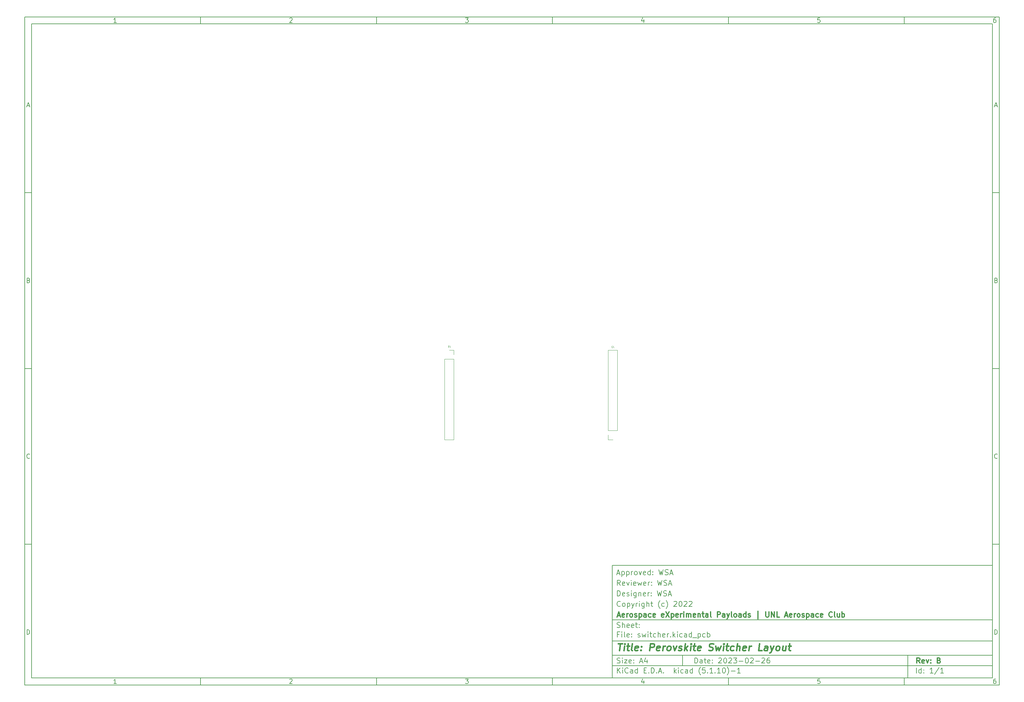
<source format=gbr>
%TF.GenerationSoftware,KiCad,Pcbnew,(5.1.10)-1*%
%TF.CreationDate,2023-02-26T14:00:58-06:00*%
%TF.ProjectId,switcher,73776974-6368-4657-922e-6b696361645f,B*%
%TF.SameCoordinates,Original*%
%TF.FileFunction,Legend,Bot*%
%TF.FilePolarity,Positive*%
%FSLAX46Y46*%
G04 Gerber Fmt 4.6, Leading zero omitted, Abs format (unit mm)*
G04 Created by KiCad (PCBNEW (5.1.10)-1) date 2023-02-26 14:00:58*
%MOMM*%
%LPD*%
G01*
G04 APERTURE LIST*
%ADD10C,0.100000*%
%ADD11C,0.150000*%
%ADD12C,0.300000*%
%ADD13C,0.400000*%
%ADD14C,0.120000*%
G04 APERTURE END LIST*
D10*
D11*
X177002200Y-166007200D02*
X177002200Y-198007200D01*
X285002200Y-198007200D01*
X285002200Y-166007200D01*
X177002200Y-166007200D01*
D10*
D11*
X10000000Y-10000000D02*
X10000000Y-200007200D01*
X287002200Y-200007200D01*
X287002200Y-10000000D01*
X10000000Y-10000000D01*
D10*
D11*
X12000000Y-12000000D02*
X12000000Y-198007200D01*
X285002200Y-198007200D01*
X285002200Y-12000000D01*
X12000000Y-12000000D01*
D10*
D11*
X60000000Y-12000000D02*
X60000000Y-10000000D01*
D10*
D11*
X110000000Y-12000000D02*
X110000000Y-10000000D01*
D10*
D11*
X160000000Y-12000000D02*
X160000000Y-10000000D01*
D10*
D11*
X210000000Y-12000000D02*
X210000000Y-10000000D01*
D10*
D11*
X260000000Y-12000000D02*
X260000000Y-10000000D01*
D10*
D11*
X36065476Y-11588095D02*
X35322619Y-11588095D01*
X35694047Y-11588095D02*
X35694047Y-10288095D01*
X35570238Y-10473809D01*
X35446428Y-10597619D01*
X35322619Y-10659523D01*
D10*
D11*
X85322619Y-10411904D02*
X85384523Y-10350000D01*
X85508333Y-10288095D01*
X85817857Y-10288095D01*
X85941666Y-10350000D01*
X86003571Y-10411904D01*
X86065476Y-10535714D01*
X86065476Y-10659523D01*
X86003571Y-10845238D01*
X85260714Y-11588095D01*
X86065476Y-11588095D01*
D10*
D11*
X135260714Y-10288095D02*
X136065476Y-10288095D01*
X135632142Y-10783333D01*
X135817857Y-10783333D01*
X135941666Y-10845238D01*
X136003571Y-10907142D01*
X136065476Y-11030952D01*
X136065476Y-11340476D01*
X136003571Y-11464285D01*
X135941666Y-11526190D01*
X135817857Y-11588095D01*
X135446428Y-11588095D01*
X135322619Y-11526190D01*
X135260714Y-11464285D01*
D10*
D11*
X185941666Y-10721428D02*
X185941666Y-11588095D01*
X185632142Y-10226190D02*
X185322619Y-11154761D01*
X186127380Y-11154761D01*
D10*
D11*
X236003571Y-10288095D02*
X235384523Y-10288095D01*
X235322619Y-10907142D01*
X235384523Y-10845238D01*
X235508333Y-10783333D01*
X235817857Y-10783333D01*
X235941666Y-10845238D01*
X236003571Y-10907142D01*
X236065476Y-11030952D01*
X236065476Y-11340476D01*
X236003571Y-11464285D01*
X235941666Y-11526190D01*
X235817857Y-11588095D01*
X235508333Y-11588095D01*
X235384523Y-11526190D01*
X235322619Y-11464285D01*
D10*
D11*
X285941666Y-10288095D02*
X285694047Y-10288095D01*
X285570238Y-10350000D01*
X285508333Y-10411904D01*
X285384523Y-10597619D01*
X285322619Y-10845238D01*
X285322619Y-11340476D01*
X285384523Y-11464285D01*
X285446428Y-11526190D01*
X285570238Y-11588095D01*
X285817857Y-11588095D01*
X285941666Y-11526190D01*
X286003571Y-11464285D01*
X286065476Y-11340476D01*
X286065476Y-11030952D01*
X286003571Y-10907142D01*
X285941666Y-10845238D01*
X285817857Y-10783333D01*
X285570238Y-10783333D01*
X285446428Y-10845238D01*
X285384523Y-10907142D01*
X285322619Y-11030952D01*
D10*
D11*
X60000000Y-198007200D02*
X60000000Y-200007200D01*
D10*
D11*
X110000000Y-198007200D02*
X110000000Y-200007200D01*
D10*
D11*
X160000000Y-198007200D02*
X160000000Y-200007200D01*
D10*
D11*
X210000000Y-198007200D02*
X210000000Y-200007200D01*
D10*
D11*
X260000000Y-198007200D02*
X260000000Y-200007200D01*
D10*
D11*
X36065476Y-199595295D02*
X35322619Y-199595295D01*
X35694047Y-199595295D02*
X35694047Y-198295295D01*
X35570238Y-198481009D01*
X35446428Y-198604819D01*
X35322619Y-198666723D01*
D10*
D11*
X85322619Y-198419104D02*
X85384523Y-198357200D01*
X85508333Y-198295295D01*
X85817857Y-198295295D01*
X85941666Y-198357200D01*
X86003571Y-198419104D01*
X86065476Y-198542914D01*
X86065476Y-198666723D01*
X86003571Y-198852438D01*
X85260714Y-199595295D01*
X86065476Y-199595295D01*
D10*
D11*
X135260714Y-198295295D02*
X136065476Y-198295295D01*
X135632142Y-198790533D01*
X135817857Y-198790533D01*
X135941666Y-198852438D01*
X136003571Y-198914342D01*
X136065476Y-199038152D01*
X136065476Y-199347676D01*
X136003571Y-199471485D01*
X135941666Y-199533390D01*
X135817857Y-199595295D01*
X135446428Y-199595295D01*
X135322619Y-199533390D01*
X135260714Y-199471485D01*
D10*
D11*
X185941666Y-198728628D02*
X185941666Y-199595295D01*
X185632142Y-198233390D02*
X185322619Y-199161961D01*
X186127380Y-199161961D01*
D10*
D11*
X236003571Y-198295295D02*
X235384523Y-198295295D01*
X235322619Y-198914342D01*
X235384523Y-198852438D01*
X235508333Y-198790533D01*
X235817857Y-198790533D01*
X235941666Y-198852438D01*
X236003571Y-198914342D01*
X236065476Y-199038152D01*
X236065476Y-199347676D01*
X236003571Y-199471485D01*
X235941666Y-199533390D01*
X235817857Y-199595295D01*
X235508333Y-199595295D01*
X235384523Y-199533390D01*
X235322619Y-199471485D01*
D10*
D11*
X285941666Y-198295295D02*
X285694047Y-198295295D01*
X285570238Y-198357200D01*
X285508333Y-198419104D01*
X285384523Y-198604819D01*
X285322619Y-198852438D01*
X285322619Y-199347676D01*
X285384523Y-199471485D01*
X285446428Y-199533390D01*
X285570238Y-199595295D01*
X285817857Y-199595295D01*
X285941666Y-199533390D01*
X286003571Y-199471485D01*
X286065476Y-199347676D01*
X286065476Y-199038152D01*
X286003571Y-198914342D01*
X285941666Y-198852438D01*
X285817857Y-198790533D01*
X285570238Y-198790533D01*
X285446428Y-198852438D01*
X285384523Y-198914342D01*
X285322619Y-199038152D01*
D10*
D11*
X10000000Y-60000000D02*
X12000000Y-60000000D01*
D10*
D11*
X10000000Y-110000000D02*
X12000000Y-110000000D01*
D10*
D11*
X10000000Y-160000000D02*
X12000000Y-160000000D01*
D10*
D11*
X10690476Y-35216666D02*
X11309523Y-35216666D01*
X10566666Y-35588095D02*
X11000000Y-34288095D01*
X11433333Y-35588095D01*
D10*
D11*
X11092857Y-84907142D02*
X11278571Y-84969047D01*
X11340476Y-85030952D01*
X11402380Y-85154761D01*
X11402380Y-85340476D01*
X11340476Y-85464285D01*
X11278571Y-85526190D01*
X11154761Y-85588095D01*
X10659523Y-85588095D01*
X10659523Y-84288095D01*
X11092857Y-84288095D01*
X11216666Y-84350000D01*
X11278571Y-84411904D01*
X11340476Y-84535714D01*
X11340476Y-84659523D01*
X11278571Y-84783333D01*
X11216666Y-84845238D01*
X11092857Y-84907142D01*
X10659523Y-84907142D01*
D10*
D11*
X11402380Y-135464285D02*
X11340476Y-135526190D01*
X11154761Y-135588095D01*
X11030952Y-135588095D01*
X10845238Y-135526190D01*
X10721428Y-135402380D01*
X10659523Y-135278571D01*
X10597619Y-135030952D01*
X10597619Y-134845238D01*
X10659523Y-134597619D01*
X10721428Y-134473809D01*
X10845238Y-134350000D01*
X11030952Y-134288095D01*
X11154761Y-134288095D01*
X11340476Y-134350000D01*
X11402380Y-134411904D01*
D10*
D11*
X10659523Y-185588095D02*
X10659523Y-184288095D01*
X10969047Y-184288095D01*
X11154761Y-184350000D01*
X11278571Y-184473809D01*
X11340476Y-184597619D01*
X11402380Y-184845238D01*
X11402380Y-185030952D01*
X11340476Y-185278571D01*
X11278571Y-185402380D01*
X11154761Y-185526190D01*
X10969047Y-185588095D01*
X10659523Y-185588095D01*
D10*
D11*
X287002200Y-60000000D02*
X285002200Y-60000000D01*
D10*
D11*
X287002200Y-110000000D02*
X285002200Y-110000000D01*
D10*
D11*
X287002200Y-160000000D02*
X285002200Y-160000000D01*
D10*
D11*
X285692676Y-35216666D02*
X286311723Y-35216666D01*
X285568866Y-35588095D02*
X286002200Y-34288095D01*
X286435533Y-35588095D01*
D10*
D11*
X286095057Y-84907142D02*
X286280771Y-84969047D01*
X286342676Y-85030952D01*
X286404580Y-85154761D01*
X286404580Y-85340476D01*
X286342676Y-85464285D01*
X286280771Y-85526190D01*
X286156961Y-85588095D01*
X285661723Y-85588095D01*
X285661723Y-84288095D01*
X286095057Y-84288095D01*
X286218866Y-84350000D01*
X286280771Y-84411904D01*
X286342676Y-84535714D01*
X286342676Y-84659523D01*
X286280771Y-84783333D01*
X286218866Y-84845238D01*
X286095057Y-84907142D01*
X285661723Y-84907142D01*
D10*
D11*
X286404580Y-135464285D02*
X286342676Y-135526190D01*
X286156961Y-135588095D01*
X286033152Y-135588095D01*
X285847438Y-135526190D01*
X285723628Y-135402380D01*
X285661723Y-135278571D01*
X285599819Y-135030952D01*
X285599819Y-134845238D01*
X285661723Y-134597619D01*
X285723628Y-134473809D01*
X285847438Y-134350000D01*
X286033152Y-134288095D01*
X286156961Y-134288095D01*
X286342676Y-134350000D01*
X286404580Y-134411904D01*
D10*
D11*
X285661723Y-185588095D02*
X285661723Y-184288095D01*
X285971247Y-184288095D01*
X286156961Y-184350000D01*
X286280771Y-184473809D01*
X286342676Y-184597619D01*
X286404580Y-184845238D01*
X286404580Y-185030952D01*
X286342676Y-185278571D01*
X286280771Y-185402380D01*
X286156961Y-185526190D01*
X285971247Y-185588095D01*
X285661723Y-185588095D01*
D10*
D11*
X200434342Y-193785771D02*
X200434342Y-192285771D01*
X200791485Y-192285771D01*
X201005771Y-192357200D01*
X201148628Y-192500057D01*
X201220057Y-192642914D01*
X201291485Y-192928628D01*
X201291485Y-193142914D01*
X201220057Y-193428628D01*
X201148628Y-193571485D01*
X201005771Y-193714342D01*
X200791485Y-193785771D01*
X200434342Y-193785771D01*
X202577200Y-193785771D02*
X202577200Y-193000057D01*
X202505771Y-192857200D01*
X202362914Y-192785771D01*
X202077200Y-192785771D01*
X201934342Y-192857200D01*
X202577200Y-193714342D02*
X202434342Y-193785771D01*
X202077200Y-193785771D01*
X201934342Y-193714342D01*
X201862914Y-193571485D01*
X201862914Y-193428628D01*
X201934342Y-193285771D01*
X202077200Y-193214342D01*
X202434342Y-193214342D01*
X202577200Y-193142914D01*
X203077200Y-192785771D02*
X203648628Y-192785771D01*
X203291485Y-192285771D02*
X203291485Y-193571485D01*
X203362914Y-193714342D01*
X203505771Y-193785771D01*
X203648628Y-193785771D01*
X204720057Y-193714342D02*
X204577200Y-193785771D01*
X204291485Y-193785771D01*
X204148628Y-193714342D01*
X204077200Y-193571485D01*
X204077200Y-193000057D01*
X204148628Y-192857200D01*
X204291485Y-192785771D01*
X204577200Y-192785771D01*
X204720057Y-192857200D01*
X204791485Y-193000057D01*
X204791485Y-193142914D01*
X204077200Y-193285771D01*
X205434342Y-193642914D02*
X205505771Y-193714342D01*
X205434342Y-193785771D01*
X205362914Y-193714342D01*
X205434342Y-193642914D01*
X205434342Y-193785771D01*
X205434342Y-192857200D02*
X205505771Y-192928628D01*
X205434342Y-193000057D01*
X205362914Y-192928628D01*
X205434342Y-192857200D01*
X205434342Y-193000057D01*
X207220057Y-192428628D02*
X207291485Y-192357200D01*
X207434342Y-192285771D01*
X207791485Y-192285771D01*
X207934342Y-192357200D01*
X208005771Y-192428628D01*
X208077200Y-192571485D01*
X208077200Y-192714342D01*
X208005771Y-192928628D01*
X207148628Y-193785771D01*
X208077200Y-193785771D01*
X209005771Y-192285771D02*
X209148628Y-192285771D01*
X209291485Y-192357200D01*
X209362914Y-192428628D01*
X209434342Y-192571485D01*
X209505771Y-192857200D01*
X209505771Y-193214342D01*
X209434342Y-193500057D01*
X209362914Y-193642914D01*
X209291485Y-193714342D01*
X209148628Y-193785771D01*
X209005771Y-193785771D01*
X208862914Y-193714342D01*
X208791485Y-193642914D01*
X208720057Y-193500057D01*
X208648628Y-193214342D01*
X208648628Y-192857200D01*
X208720057Y-192571485D01*
X208791485Y-192428628D01*
X208862914Y-192357200D01*
X209005771Y-192285771D01*
X210077200Y-192428628D02*
X210148628Y-192357200D01*
X210291485Y-192285771D01*
X210648628Y-192285771D01*
X210791485Y-192357200D01*
X210862914Y-192428628D01*
X210934342Y-192571485D01*
X210934342Y-192714342D01*
X210862914Y-192928628D01*
X210005771Y-193785771D01*
X210934342Y-193785771D01*
X211434342Y-192285771D02*
X212362914Y-192285771D01*
X211862914Y-192857200D01*
X212077200Y-192857200D01*
X212220057Y-192928628D01*
X212291485Y-193000057D01*
X212362914Y-193142914D01*
X212362914Y-193500057D01*
X212291485Y-193642914D01*
X212220057Y-193714342D01*
X212077200Y-193785771D01*
X211648628Y-193785771D01*
X211505771Y-193714342D01*
X211434342Y-193642914D01*
X213005771Y-193214342D02*
X214148628Y-193214342D01*
X215148628Y-192285771D02*
X215291485Y-192285771D01*
X215434342Y-192357200D01*
X215505771Y-192428628D01*
X215577200Y-192571485D01*
X215648628Y-192857200D01*
X215648628Y-193214342D01*
X215577200Y-193500057D01*
X215505771Y-193642914D01*
X215434342Y-193714342D01*
X215291485Y-193785771D01*
X215148628Y-193785771D01*
X215005771Y-193714342D01*
X214934342Y-193642914D01*
X214862914Y-193500057D01*
X214791485Y-193214342D01*
X214791485Y-192857200D01*
X214862914Y-192571485D01*
X214934342Y-192428628D01*
X215005771Y-192357200D01*
X215148628Y-192285771D01*
X216220057Y-192428628D02*
X216291485Y-192357200D01*
X216434342Y-192285771D01*
X216791485Y-192285771D01*
X216934342Y-192357200D01*
X217005771Y-192428628D01*
X217077200Y-192571485D01*
X217077200Y-192714342D01*
X217005771Y-192928628D01*
X216148628Y-193785771D01*
X217077200Y-193785771D01*
X217720057Y-193214342D02*
X218862914Y-193214342D01*
X219505771Y-192428628D02*
X219577200Y-192357200D01*
X219720057Y-192285771D01*
X220077200Y-192285771D01*
X220220057Y-192357200D01*
X220291485Y-192428628D01*
X220362914Y-192571485D01*
X220362914Y-192714342D01*
X220291485Y-192928628D01*
X219434342Y-193785771D01*
X220362914Y-193785771D01*
X221648628Y-192285771D02*
X221362914Y-192285771D01*
X221220057Y-192357200D01*
X221148628Y-192428628D01*
X221005771Y-192642914D01*
X220934342Y-192928628D01*
X220934342Y-193500057D01*
X221005771Y-193642914D01*
X221077200Y-193714342D01*
X221220057Y-193785771D01*
X221505771Y-193785771D01*
X221648628Y-193714342D01*
X221720057Y-193642914D01*
X221791485Y-193500057D01*
X221791485Y-193142914D01*
X221720057Y-193000057D01*
X221648628Y-192928628D01*
X221505771Y-192857200D01*
X221220057Y-192857200D01*
X221077200Y-192928628D01*
X221005771Y-193000057D01*
X220934342Y-193142914D01*
D10*
D11*
X177002200Y-194507200D02*
X285002200Y-194507200D01*
D10*
D11*
X178434342Y-196585771D02*
X178434342Y-195085771D01*
X179291485Y-196585771D02*
X178648628Y-195728628D01*
X179291485Y-195085771D02*
X178434342Y-195942914D01*
X179934342Y-196585771D02*
X179934342Y-195585771D01*
X179934342Y-195085771D02*
X179862914Y-195157200D01*
X179934342Y-195228628D01*
X180005771Y-195157200D01*
X179934342Y-195085771D01*
X179934342Y-195228628D01*
X181505771Y-196442914D02*
X181434342Y-196514342D01*
X181220057Y-196585771D01*
X181077200Y-196585771D01*
X180862914Y-196514342D01*
X180720057Y-196371485D01*
X180648628Y-196228628D01*
X180577200Y-195942914D01*
X180577200Y-195728628D01*
X180648628Y-195442914D01*
X180720057Y-195300057D01*
X180862914Y-195157200D01*
X181077200Y-195085771D01*
X181220057Y-195085771D01*
X181434342Y-195157200D01*
X181505771Y-195228628D01*
X182791485Y-196585771D02*
X182791485Y-195800057D01*
X182720057Y-195657200D01*
X182577200Y-195585771D01*
X182291485Y-195585771D01*
X182148628Y-195657200D01*
X182791485Y-196514342D02*
X182648628Y-196585771D01*
X182291485Y-196585771D01*
X182148628Y-196514342D01*
X182077200Y-196371485D01*
X182077200Y-196228628D01*
X182148628Y-196085771D01*
X182291485Y-196014342D01*
X182648628Y-196014342D01*
X182791485Y-195942914D01*
X184148628Y-196585771D02*
X184148628Y-195085771D01*
X184148628Y-196514342D02*
X184005771Y-196585771D01*
X183720057Y-196585771D01*
X183577200Y-196514342D01*
X183505771Y-196442914D01*
X183434342Y-196300057D01*
X183434342Y-195871485D01*
X183505771Y-195728628D01*
X183577200Y-195657200D01*
X183720057Y-195585771D01*
X184005771Y-195585771D01*
X184148628Y-195657200D01*
X186005771Y-195800057D02*
X186505771Y-195800057D01*
X186720057Y-196585771D02*
X186005771Y-196585771D01*
X186005771Y-195085771D01*
X186720057Y-195085771D01*
X187362914Y-196442914D02*
X187434342Y-196514342D01*
X187362914Y-196585771D01*
X187291485Y-196514342D01*
X187362914Y-196442914D01*
X187362914Y-196585771D01*
X188077200Y-196585771D02*
X188077200Y-195085771D01*
X188434342Y-195085771D01*
X188648628Y-195157200D01*
X188791485Y-195300057D01*
X188862914Y-195442914D01*
X188934342Y-195728628D01*
X188934342Y-195942914D01*
X188862914Y-196228628D01*
X188791485Y-196371485D01*
X188648628Y-196514342D01*
X188434342Y-196585771D01*
X188077200Y-196585771D01*
X189577200Y-196442914D02*
X189648628Y-196514342D01*
X189577200Y-196585771D01*
X189505771Y-196514342D01*
X189577200Y-196442914D01*
X189577200Y-196585771D01*
X190220057Y-196157200D02*
X190934342Y-196157200D01*
X190077200Y-196585771D02*
X190577200Y-195085771D01*
X191077200Y-196585771D01*
X191577200Y-196442914D02*
X191648628Y-196514342D01*
X191577200Y-196585771D01*
X191505771Y-196514342D01*
X191577200Y-196442914D01*
X191577200Y-196585771D01*
X194577200Y-196585771D02*
X194577200Y-195085771D01*
X194720057Y-196014342D02*
X195148628Y-196585771D01*
X195148628Y-195585771D02*
X194577200Y-196157200D01*
X195791485Y-196585771D02*
X195791485Y-195585771D01*
X195791485Y-195085771D02*
X195720057Y-195157200D01*
X195791485Y-195228628D01*
X195862914Y-195157200D01*
X195791485Y-195085771D01*
X195791485Y-195228628D01*
X197148628Y-196514342D02*
X197005771Y-196585771D01*
X196720057Y-196585771D01*
X196577200Y-196514342D01*
X196505771Y-196442914D01*
X196434342Y-196300057D01*
X196434342Y-195871485D01*
X196505771Y-195728628D01*
X196577200Y-195657200D01*
X196720057Y-195585771D01*
X197005771Y-195585771D01*
X197148628Y-195657200D01*
X198434342Y-196585771D02*
X198434342Y-195800057D01*
X198362914Y-195657200D01*
X198220057Y-195585771D01*
X197934342Y-195585771D01*
X197791485Y-195657200D01*
X198434342Y-196514342D02*
X198291485Y-196585771D01*
X197934342Y-196585771D01*
X197791485Y-196514342D01*
X197720057Y-196371485D01*
X197720057Y-196228628D01*
X197791485Y-196085771D01*
X197934342Y-196014342D01*
X198291485Y-196014342D01*
X198434342Y-195942914D01*
X199791485Y-196585771D02*
X199791485Y-195085771D01*
X199791485Y-196514342D02*
X199648628Y-196585771D01*
X199362914Y-196585771D01*
X199220057Y-196514342D01*
X199148628Y-196442914D01*
X199077200Y-196300057D01*
X199077200Y-195871485D01*
X199148628Y-195728628D01*
X199220057Y-195657200D01*
X199362914Y-195585771D01*
X199648628Y-195585771D01*
X199791485Y-195657200D01*
X202077200Y-197157200D02*
X202005771Y-197085771D01*
X201862914Y-196871485D01*
X201791485Y-196728628D01*
X201720057Y-196514342D01*
X201648628Y-196157200D01*
X201648628Y-195871485D01*
X201720057Y-195514342D01*
X201791485Y-195300057D01*
X201862914Y-195157200D01*
X202005771Y-194942914D01*
X202077200Y-194871485D01*
X203362914Y-195085771D02*
X202648628Y-195085771D01*
X202577200Y-195800057D01*
X202648628Y-195728628D01*
X202791485Y-195657200D01*
X203148628Y-195657200D01*
X203291485Y-195728628D01*
X203362914Y-195800057D01*
X203434342Y-195942914D01*
X203434342Y-196300057D01*
X203362914Y-196442914D01*
X203291485Y-196514342D01*
X203148628Y-196585771D01*
X202791485Y-196585771D01*
X202648628Y-196514342D01*
X202577200Y-196442914D01*
X204077200Y-196442914D02*
X204148628Y-196514342D01*
X204077200Y-196585771D01*
X204005771Y-196514342D01*
X204077200Y-196442914D01*
X204077200Y-196585771D01*
X205577200Y-196585771D02*
X204720057Y-196585771D01*
X205148628Y-196585771D02*
X205148628Y-195085771D01*
X205005771Y-195300057D01*
X204862914Y-195442914D01*
X204720057Y-195514342D01*
X206220057Y-196442914D02*
X206291485Y-196514342D01*
X206220057Y-196585771D01*
X206148628Y-196514342D01*
X206220057Y-196442914D01*
X206220057Y-196585771D01*
X207720057Y-196585771D02*
X206862914Y-196585771D01*
X207291485Y-196585771D02*
X207291485Y-195085771D01*
X207148628Y-195300057D01*
X207005771Y-195442914D01*
X206862914Y-195514342D01*
X208648628Y-195085771D02*
X208791485Y-195085771D01*
X208934342Y-195157200D01*
X209005771Y-195228628D01*
X209077200Y-195371485D01*
X209148628Y-195657200D01*
X209148628Y-196014342D01*
X209077200Y-196300057D01*
X209005771Y-196442914D01*
X208934342Y-196514342D01*
X208791485Y-196585771D01*
X208648628Y-196585771D01*
X208505771Y-196514342D01*
X208434342Y-196442914D01*
X208362914Y-196300057D01*
X208291485Y-196014342D01*
X208291485Y-195657200D01*
X208362914Y-195371485D01*
X208434342Y-195228628D01*
X208505771Y-195157200D01*
X208648628Y-195085771D01*
X209648628Y-197157200D02*
X209720057Y-197085771D01*
X209862914Y-196871485D01*
X209934342Y-196728628D01*
X210005771Y-196514342D01*
X210077200Y-196157200D01*
X210077200Y-195871485D01*
X210005771Y-195514342D01*
X209934342Y-195300057D01*
X209862914Y-195157200D01*
X209720057Y-194942914D01*
X209648628Y-194871485D01*
X210791485Y-196014342D02*
X211934342Y-196014342D01*
X213434342Y-196585771D02*
X212577200Y-196585771D01*
X213005771Y-196585771D02*
X213005771Y-195085771D01*
X212862914Y-195300057D01*
X212720057Y-195442914D01*
X212577200Y-195514342D01*
D10*
D11*
X177002200Y-191507200D02*
X285002200Y-191507200D01*
D10*
D12*
X264411485Y-193785771D02*
X263911485Y-193071485D01*
X263554342Y-193785771D02*
X263554342Y-192285771D01*
X264125771Y-192285771D01*
X264268628Y-192357200D01*
X264340057Y-192428628D01*
X264411485Y-192571485D01*
X264411485Y-192785771D01*
X264340057Y-192928628D01*
X264268628Y-193000057D01*
X264125771Y-193071485D01*
X263554342Y-193071485D01*
X265625771Y-193714342D02*
X265482914Y-193785771D01*
X265197200Y-193785771D01*
X265054342Y-193714342D01*
X264982914Y-193571485D01*
X264982914Y-193000057D01*
X265054342Y-192857200D01*
X265197200Y-192785771D01*
X265482914Y-192785771D01*
X265625771Y-192857200D01*
X265697200Y-193000057D01*
X265697200Y-193142914D01*
X264982914Y-193285771D01*
X266197200Y-192785771D02*
X266554342Y-193785771D01*
X266911485Y-192785771D01*
X267482914Y-193642914D02*
X267554342Y-193714342D01*
X267482914Y-193785771D01*
X267411485Y-193714342D01*
X267482914Y-193642914D01*
X267482914Y-193785771D01*
X267482914Y-192857200D02*
X267554342Y-192928628D01*
X267482914Y-193000057D01*
X267411485Y-192928628D01*
X267482914Y-192857200D01*
X267482914Y-193000057D01*
X269840057Y-193000057D02*
X270054342Y-193071485D01*
X270125771Y-193142914D01*
X270197200Y-193285771D01*
X270197200Y-193500057D01*
X270125771Y-193642914D01*
X270054342Y-193714342D01*
X269911485Y-193785771D01*
X269340057Y-193785771D01*
X269340057Y-192285771D01*
X269840057Y-192285771D01*
X269982914Y-192357200D01*
X270054342Y-192428628D01*
X270125771Y-192571485D01*
X270125771Y-192714342D01*
X270054342Y-192857200D01*
X269982914Y-192928628D01*
X269840057Y-193000057D01*
X269340057Y-193000057D01*
D10*
D11*
X178362914Y-193714342D02*
X178577200Y-193785771D01*
X178934342Y-193785771D01*
X179077200Y-193714342D01*
X179148628Y-193642914D01*
X179220057Y-193500057D01*
X179220057Y-193357200D01*
X179148628Y-193214342D01*
X179077200Y-193142914D01*
X178934342Y-193071485D01*
X178648628Y-193000057D01*
X178505771Y-192928628D01*
X178434342Y-192857200D01*
X178362914Y-192714342D01*
X178362914Y-192571485D01*
X178434342Y-192428628D01*
X178505771Y-192357200D01*
X178648628Y-192285771D01*
X179005771Y-192285771D01*
X179220057Y-192357200D01*
X179862914Y-193785771D02*
X179862914Y-192785771D01*
X179862914Y-192285771D02*
X179791485Y-192357200D01*
X179862914Y-192428628D01*
X179934342Y-192357200D01*
X179862914Y-192285771D01*
X179862914Y-192428628D01*
X180434342Y-192785771D02*
X181220057Y-192785771D01*
X180434342Y-193785771D01*
X181220057Y-193785771D01*
X182362914Y-193714342D02*
X182220057Y-193785771D01*
X181934342Y-193785771D01*
X181791485Y-193714342D01*
X181720057Y-193571485D01*
X181720057Y-193000057D01*
X181791485Y-192857200D01*
X181934342Y-192785771D01*
X182220057Y-192785771D01*
X182362914Y-192857200D01*
X182434342Y-193000057D01*
X182434342Y-193142914D01*
X181720057Y-193285771D01*
X183077200Y-193642914D02*
X183148628Y-193714342D01*
X183077200Y-193785771D01*
X183005771Y-193714342D01*
X183077200Y-193642914D01*
X183077200Y-193785771D01*
X183077200Y-192857200D02*
X183148628Y-192928628D01*
X183077200Y-193000057D01*
X183005771Y-192928628D01*
X183077200Y-192857200D01*
X183077200Y-193000057D01*
X184862914Y-193357200D02*
X185577200Y-193357200D01*
X184720057Y-193785771D02*
X185220057Y-192285771D01*
X185720057Y-193785771D01*
X186862914Y-192785771D02*
X186862914Y-193785771D01*
X186505771Y-192214342D02*
X186148628Y-193285771D01*
X187077200Y-193285771D01*
D10*
D11*
X263434342Y-196585771D02*
X263434342Y-195085771D01*
X264791485Y-196585771D02*
X264791485Y-195085771D01*
X264791485Y-196514342D02*
X264648628Y-196585771D01*
X264362914Y-196585771D01*
X264220057Y-196514342D01*
X264148628Y-196442914D01*
X264077200Y-196300057D01*
X264077200Y-195871485D01*
X264148628Y-195728628D01*
X264220057Y-195657200D01*
X264362914Y-195585771D01*
X264648628Y-195585771D01*
X264791485Y-195657200D01*
X265505771Y-196442914D02*
X265577200Y-196514342D01*
X265505771Y-196585771D01*
X265434342Y-196514342D01*
X265505771Y-196442914D01*
X265505771Y-196585771D01*
X265505771Y-195657200D02*
X265577200Y-195728628D01*
X265505771Y-195800057D01*
X265434342Y-195728628D01*
X265505771Y-195657200D01*
X265505771Y-195800057D01*
X268148628Y-196585771D02*
X267291485Y-196585771D01*
X267720057Y-196585771D02*
X267720057Y-195085771D01*
X267577200Y-195300057D01*
X267434342Y-195442914D01*
X267291485Y-195514342D01*
X269862914Y-195014342D02*
X268577200Y-196942914D01*
X271148628Y-196585771D02*
X270291485Y-196585771D01*
X270720057Y-196585771D02*
X270720057Y-195085771D01*
X270577200Y-195300057D01*
X270434342Y-195442914D01*
X270291485Y-195514342D01*
D10*
D11*
X177002200Y-187507200D02*
X285002200Y-187507200D01*
D10*
D13*
X178714580Y-188211961D02*
X179857438Y-188211961D01*
X179036009Y-190211961D02*
X179286009Y-188211961D01*
X180274104Y-190211961D02*
X180440771Y-188878628D01*
X180524104Y-188211961D02*
X180416961Y-188307200D01*
X180500295Y-188402438D01*
X180607438Y-188307200D01*
X180524104Y-188211961D01*
X180500295Y-188402438D01*
X181107438Y-188878628D02*
X181869342Y-188878628D01*
X181476485Y-188211961D02*
X181262200Y-189926247D01*
X181333628Y-190116723D01*
X181512200Y-190211961D01*
X181702676Y-190211961D01*
X182655057Y-190211961D02*
X182476485Y-190116723D01*
X182405057Y-189926247D01*
X182619342Y-188211961D01*
X184190771Y-190116723D02*
X183988390Y-190211961D01*
X183607438Y-190211961D01*
X183428866Y-190116723D01*
X183357438Y-189926247D01*
X183452676Y-189164342D01*
X183571723Y-188973866D01*
X183774104Y-188878628D01*
X184155057Y-188878628D01*
X184333628Y-188973866D01*
X184405057Y-189164342D01*
X184381247Y-189354819D01*
X183405057Y-189545295D01*
X185155057Y-190021485D02*
X185238390Y-190116723D01*
X185131247Y-190211961D01*
X185047914Y-190116723D01*
X185155057Y-190021485D01*
X185131247Y-190211961D01*
X185286009Y-188973866D02*
X185369342Y-189069104D01*
X185262200Y-189164342D01*
X185178866Y-189069104D01*
X185286009Y-188973866D01*
X185262200Y-189164342D01*
X187607438Y-190211961D02*
X187857438Y-188211961D01*
X188619342Y-188211961D01*
X188797914Y-188307200D01*
X188881247Y-188402438D01*
X188952676Y-188592914D01*
X188916961Y-188878628D01*
X188797914Y-189069104D01*
X188690771Y-189164342D01*
X188488390Y-189259580D01*
X187726485Y-189259580D01*
X190381247Y-190116723D02*
X190178866Y-190211961D01*
X189797914Y-190211961D01*
X189619342Y-190116723D01*
X189547914Y-189926247D01*
X189643152Y-189164342D01*
X189762200Y-188973866D01*
X189964580Y-188878628D01*
X190345533Y-188878628D01*
X190524104Y-188973866D01*
X190595533Y-189164342D01*
X190571723Y-189354819D01*
X189595533Y-189545295D01*
X191321723Y-190211961D02*
X191488390Y-188878628D01*
X191440771Y-189259580D02*
X191559819Y-189069104D01*
X191666961Y-188973866D01*
X191869342Y-188878628D01*
X192059819Y-188878628D01*
X192845533Y-190211961D02*
X192666961Y-190116723D01*
X192583628Y-190021485D01*
X192512200Y-189831009D01*
X192583628Y-189259580D01*
X192702676Y-189069104D01*
X192809819Y-188973866D01*
X193012200Y-188878628D01*
X193297914Y-188878628D01*
X193476485Y-188973866D01*
X193559819Y-189069104D01*
X193631247Y-189259580D01*
X193559819Y-189831009D01*
X193440771Y-190021485D01*
X193333628Y-190116723D01*
X193131247Y-190211961D01*
X192845533Y-190211961D01*
X194345533Y-188878628D02*
X194655057Y-190211961D01*
X195297914Y-188878628D01*
X195809819Y-190116723D02*
X195988390Y-190211961D01*
X196369342Y-190211961D01*
X196571723Y-190116723D01*
X196690771Y-189926247D01*
X196702676Y-189831009D01*
X196631247Y-189640533D01*
X196452676Y-189545295D01*
X196166961Y-189545295D01*
X195988390Y-189450057D01*
X195916961Y-189259580D01*
X195928866Y-189164342D01*
X196047914Y-188973866D01*
X196250295Y-188878628D01*
X196536009Y-188878628D01*
X196714580Y-188973866D01*
X197512200Y-190211961D02*
X197762200Y-188211961D01*
X197797914Y-189450057D02*
X198274104Y-190211961D01*
X198440771Y-188878628D02*
X197583628Y-189640533D01*
X199131247Y-190211961D02*
X199297914Y-188878628D01*
X199381247Y-188211961D02*
X199274104Y-188307200D01*
X199357438Y-188402438D01*
X199464580Y-188307200D01*
X199381247Y-188211961D01*
X199357438Y-188402438D01*
X199964580Y-188878628D02*
X200726485Y-188878628D01*
X200333628Y-188211961D02*
X200119342Y-189926247D01*
X200190771Y-190116723D01*
X200369342Y-190211961D01*
X200559819Y-190211961D01*
X202000295Y-190116723D02*
X201797914Y-190211961D01*
X201416961Y-190211961D01*
X201238390Y-190116723D01*
X201166961Y-189926247D01*
X201262200Y-189164342D01*
X201381247Y-188973866D01*
X201583628Y-188878628D01*
X201964580Y-188878628D01*
X202143152Y-188973866D01*
X202214580Y-189164342D01*
X202190771Y-189354819D01*
X201214580Y-189545295D01*
X204381247Y-190116723D02*
X204655057Y-190211961D01*
X205131247Y-190211961D01*
X205333628Y-190116723D01*
X205440771Y-190021485D01*
X205559819Y-189831009D01*
X205583628Y-189640533D01*
X205512200Y-189450057D01*
X205428866Y-189354819D01*
X205250295Y-189259580D01*
X204881247Y-189164342D01*
X204702676Y-189069104D01*
X204619342Y-188973866D01*
X204547914Y-188783390D01*
X204571723Y-188592914D01*
X204690771Y-188402438D01*
X204797914Y-188307200D01*
X205000295Y-188211961D01*
X205476485Y-188211961D01*
X205750295Y-188307200D01*
X206345533Y-188878628D02*
X206559819Y-190211961D01*
X207059819Y-189259580D01*
X207321723Y-190211961D01*
X207869342Y-188878628D01*
X208464580Y-190211961D02*
X208631247Y-188878628D01*
X208714580Y-188211961D02*
X208607438Y-188307200D01*
X208690771Y-188402438D01*
X208797914Y-188307200D01*
X208714580Y-188211961D01*
X208690771Y-188402438D01*
X209297914Y-188878628D02*
X210059819Y-188878628D01*
X209666961Y-188211961D02*
X209452676Y-189926247D01*
X209524104Y-190116723D01*
X209702676Y-190211961D01*
X209893152Y-190211961D01*
X211428866Y-190116723D02*
X211226485Y-190211961D01*
X210845533Y-190211961D01*
X210666961Y-190116723D01*
X210583628Y-190021485D01*
X210512200Y-189831009D01*
X210583628Y-189259580D01*
X210702676Y-189069104D01*
X210809819Y-188973866D01*
X211012200Y-188878628D01*
X211393152Y-188878628D01*
X211571723Y-188973866D01*
X212274104Y-190211961D02*
X212524104Y-188211961D01*
X213131247Y-190211961D02*
X213262200Y-189164342D01*
X213190771Y-188973866D01*
X213012200Y-188878628D01*
X212726485Y-188878628D01*
X212524104Y-188973866D01*
X212416961Y-189069104D01*
X214857438Y-190116723D02*
X214655057Y-190211961D01*
X214274104Y-190211961D01*
X214095533Y-190116723D01*
X214024104Y-189926247D01*
X214119342Y-189164342D01*
X214238390Y-188973866D01*
X214440771Y-188878628D01*
X214821723Y-188878628D01*
X215000295Y-188973866D01*
X215071723Y-189164342D01*
X215047914Y-189354819D01*
X214071723Y-189545295D01*
X215797914Y-190211961D02*
X215964580Y-188878628D01*
X215916961Y-189259580D02*
X216036009Y-189069104D01*
X216143152Y-188973866D01*
X216345533Y-188878628D01*
X216536009Y-188878628D01*
X219512200Y-190211961D02*
X218559819Y-190211961D01*
X218809819Y-188211961D01*
X221036009Y-190211961D02*
X221166961Y-189164342D01*
X221095533Y-188973866D01*
X220916961Y-188878628D01*
X220536009Y-188878628D01*
X220333628Y-188973866D01*
X221047914Y-190116723D02*
X220845533Y-190211961D01*
X220369342Y-190211961D01*
X220190771Y-190116723D01*
X220119342Y-189926247D01*
X220143152Y-189735771D01*
X220262200Y-189545295D01*
X220464580Y-189450057D01*
X220940771Y-189450057D01*
X221143152Y-189354819D01*
X221964580Y-188878628D02*
X222274104Y-190211961D01*
X222916961Y-188878628D02*
X222274104Y-190211961D01*
X222024104Y-190688152D01*
X221916961Y-190783390D01*
X221714580Y-190878628D01*
X223797914Y-190211961D02*
X223619342Y-190116723D01*
X223536009Y-190021485D01*
X223464580Y-189831009D01*
X223536009Y-189259580D01*
X223655057Y-189069104D01*
X223762200Y-188973866D01*
X223964580Y-188878628D01*
X224250295Y-188878628D01*
X224428866Y-188973866D01*
X224512200Y-189069104D01*
X224583628Y-189259580D01*
X224512199Y-189831009D01*
X224393152Y-190021485D01*
X224286009Y-190116723D01*
X224083628Y-190211961D01*
X223797914Y-190211961D01*
X226345533Y-188878628D02*
X226178866Y-190211961D01*
X225488390Y-188878628D02*
X225357438Y-189926247D01*
X225428866Y-190116723D01*
X225607438Y-190211961D01*
X225893152Y-190211961D01*
X226095533Y-190116723D01*
X226202676Y-190021485D01*
X227012199Y-188878628D02*
X227774104Y-188878628D01*
X227381247Y-188211961D02*
X227166961Y-189926247D01*
X227238390Y-190116723D01*
X227416961Y-190211961D01*
X227607438Y-190211961D01*
D10*
D11*
X178934342Y-185600057D02*
X178434342Y-185600057D01*
X178434342Y-186385771D02*
X178434342Y-184885771D01*
X179148628Y-184885771D01*
X179720057Y-186385771D02*
X179720057Y-185385771D01*
X179720057Y-184885771D02*
X179648628Y-184957200D01*
X179720057Y-185028628D01*
X179791485Y-184957200D01*
X179720057Y-184885771D01*
X179720057Y-185028628D01*
X180648628Y-186385771D02*
X180505771Y-186314342D01*
X180434342Y-186171485D01*
X180434342Y-184885771D01*
X181791485Y-186314342D02*
X181648628Y-186385771D01*
X181362914Y-186385771D01*
X181220057Y-186314342D01*
X181148628Y-186171485D01*
X181148628Y-185600057D01*
X181220057Y-185457200D01*
X181362914Y-185385771D01*
X181648628Y-185385771D01*
X181791485Y-185457200D01*
X181862914Y-185600057D01*
X181862914Y-185742914D01*
X181148628Y-185885771D01*
X182505771Y-186242914D02*
X182577200Y-186314342D01*
X182505771Y-186385771D01*
X182434342Y-186314342D01*
X182505771Y-186242914D01*
X182505771Y-186385771D01*
X182505771Y-185457200D02*
X182577200Y-185528628D01*
X182505771Y-185600057D01*
X182434342Y-185528628D01*
X182505771Y-185457200D01*
X182505771Y-185600057D01*
X184291485Y-186314342D02*
X184434342Y-186385771D01*
X184720057Y-186385771D01*
X184862914Y-186314342D01*
X184934342Y-186171485D01*
X184934342Y-186100057D01*
X184862914Y-185957200D01*
X184720057Y-185885771D01*
X184505771Y-185885771D01*
X184362914Y-185814342D01*
X184291485Y-185671485D01*
X184291485Y-185600057D01*
X184362914Y-185457200D01*
X184505771Y-185385771D01*
X184720057Y-185385771D01*
X184862914Y-185457200D01*
X185434342Y-185385771D02*
X185720057Y-186385771D01*
X186005771Y-185671485D01*
X186291485Y-186385771D01*
X186577200Y-185385771D01*
X187148628Y-186385771D02*
X187148628Y-185385771D01*
X187148628Y-184885771D02*
X187077200Y-184957200D01*
X187148628Y-185028628D01*
X187220057Y-184957200D01*
X187148628Y-184885771D01*
X187148628Y-185028628D01*
X187648628Y-185385771D02*
X188220057Y-185385771D01*
X187862914Y-184885771D02*
X187862914Y-186171485D01*
X187934342Y-186314342D01*
X188077200Y-186385771D01*
X188220057Y-186385771D01*
X189362914Y-186314342D02*
X189220057Y-186385771D01*
X188934342Y-186385771D01*
X188791485Y-186314342D01*
X188720057Y-186242914D01*
X188648628Y-186100057D01*
X188648628Y-185671485D01*
X188720057Y-185528628D01*
X188791485Y-185457200D01*
X188934342Y-185385771D01*
X189220057Y-185385771D01*
X189362914Y-185457200D01*
X190005771Y-186385771D02*
X190005771Y-184885771D01*
X190648628Y-186385771D02*
X190648628Y-185600057D01*
X190577200Y-185457200D01*
X190434342Y-185385771D01*
X190220057Y-185385771D01*
X190077200Y-185457200D01*
X190005771Y-185528628D01*
X191934342Y-186314342D02*
X191791485Y-186385771D01*
X191505771Y-186385771D01*
X191362914Y-186314342D01*
X191291485Y-186171485D01*
X191291485Y-185600057D01*
X191362914Y-185457200D01*
X191505771Y-185385771D01*
X191791485Y-185385771D01*
X191934342Y-185457200D01*
X192005771Y-185600057D01*
X192005771Y-185742914D01*
X191291485Y-185885771D01*
X192648628Y-186385771D02*
X192648628Y-185385771D01*
X192648628Y-185671485D02*
X192720057Y-185528628D01*
X192791485Y-185457200D01*
X192934342Y-185385771D01*
X193077200Y-185385771D01*
X193577200Y-186242914D02*
X193648628Y-186314342D01*
X193577200Y-186385771D01*
X193505771Y-186314342D01*
X193577200Y-186242914D01*
X193577200Y-186385771D01*
X194291485Y-186385771D02*
X194291485Y-184885771D01*
X194434342Y-185814342D02*
X194862914Y-186385771D01*
X194862914Y-185385771D02*
X194291485Y-185957200D01*
X195505771Y-186385771D02*
X195505771Y-185385771D01*
X195505771Y-184885771D02*
X195434342Y-184957200D01*
X195505771Y-185028628D01*
X195577200Y-184957200D01*
X195505771Y-184885771D01*
X195505771Y-185028628D01*
X196862914Y-186314342D02*
X196720057Y-186385771D01*
X196434342Y-186385771D01*
X196291485Y-186314342D01*
X196220057Y-186242914D01*
X196148628Y-186100057D01*
X196148628Y-185671485D01*
X196220057Y-185528628D01*
X196291485Y-185457200D01*
X196434342Y-185385771D01*
X196720057Y-185385771D01*
X196862914Y-185457200D01*
X198148628Y-186385771D02*
X198148628Y-185600057D01*
X198077200Y-185457200D01*
X197934342Y-185385771D01*
X197648628Y-185385771D01*
X197505771Y-185457200D01*
X198148628Y-186314342D02*
X198005771Y-186385771D01*
X197648628Y-186385771D01*
X197505771Y-186314342D01*
X197434342Y-186171485D01*
X197434342Y-186028628D01*
X197505771Y-185885771D01*
X197648628Y-185814342D01*
X198005771Y-185814342D01*
X198148628Y-185742914D01*
X199505771Y-186385771D02*
X199505771Y-184885771D01*
X199505771Y-186314342D02*
X199362914Y-186385771D01*
X199077200Y-186385771D01*
X198934342Y-186314342D01*
X198862914Y-186242914D01*
X198791485Y-186100057D01*
X198791485Y-185671485D01*
X198862914Y-185528628D01*
X198934342Y-185457200D01*
X199077200Y-185385771D01*
X199362914Y-185385771D01*
X199505771Y-185457200D01*
X199862914Y-186528628D02*
X201005771Y-186528628D01*
X201362914Y-185385771D02*
X201362914Y-186885771D01*
X201362914Y-185457200D02*
X201505771Y-185385771D01*
X201791485Y-185385771D01*
X201934342Y-185457200D01*
X202005771Y-185528628D01*
X202077200Y-185671485D01*
X202077200Y-186100057D01*
X202005771Y-186242914D01*
X201934342Y-186314342D01*
X201791485Y-186385771D01*
X201505771Y-186385771D01*
X201362914Y-186314342D01*
X203362914Y-186314342D02*
X203220057Y-186385771D01*
X202934342Y-186385771D01*
X202791485Y-186314342D01*
X202720057Y-186242914D01*
X202648628Y-186100057D01*
X202648628Y-185671485D01*
X202720057Y-185528628D01*
X202791485Y-185457200D01*
X202934342Y-185385771D01*
X203220057Y-185385771D01*
X203362914Y-185457200D01*
X204005771Y-186385771D02*
X204005771Y-184885771D01*
X204005771Y-185457200D02*
X204148628Y-185385771D01*
X204434342Y-185385771D01*
X204577200Y-185457200D01*
X204648628Y-185528628D01*
X204720057Y-185671485D01*
X204720057Y-186100057D01*
X204648628Y-186242914D01*
X204577200Y-186314342D01*
X204434342Y-186385771D01*
X204148628Y-186385771D01*
X204005771Y-186314342D01*
D10*
D11*
X177002200Y-181507200D02*
X285002200Y-181507200D01*
D10*
D11*
X178362914Y-183614342D02*
X178577200Y-183685771D01*
X178934342Y-183685771D01*
X179077200Y-183614342D01*
X179148628Y-183542914D01*
X179220057Y-183400057D01*
X179220057Y-183257200D01*
X179148628Y-183114342D01*
X179077200Y-183042914D01*
X178934342Y-182971485D01*
X178648628Y-182900057D01*
X178505771Y-182828628D01*
X178434342Y-182757200D01*
X178362914Y-182614342D01*
X178362914Y-182471485D01*
X178434342Y-182328628D01*
X178505771Y-182257200D01*
X178648628Y-182185771D01*
X179005771Y-182185771D01*
X179220057Y-182257200D01*
X179862914Y-183685771D02*
X179862914Y-182185771D01*
X180505771Y-183685771D02*
X180505771Y-182900057D01*
X180434342Y-182757200D01*
X180291485Y-182685771D01*
X180077200Y-182685771D01*
X179934342Y-182757200D01*
X179862914Y-182828628D01*
X181791485Y-183614342D02*
X181648628Y-183685771D01*
X181362914Y-183685771D01*
X181220057Y-183614342D01*
X181148628Y-183471485D01*
X181148628Y-182900057D01*
X181220057Y-182757200D01*
X181362914Y-182685771D01*
X181648628Y-182685771D01*
X181791485Y-182757200D01*
X181862914Y-182900057D01*
X181862914Y-183042914D01*
X181148628Y-183185771D01*
X183077200Y-183614342D02*
X182934342Y-183685771D01*
X182648628Y-183685771D01*
X182505771Y-183614342D01*
X182434342Y-183471485D01*
X182434342Y-182900057D01*
X182505771Y-182757200D01*
X182648628Y-182685771D01*
X182934342Y-182685771D01*
X183077200Y-182757200D01*
X183148628Y-182900057D01*
X183148628Y-183042914D01*
X182434342Y-183185771D01*
X183577200Y-182685771D02*
X184148628Y-182685771D01*
X183791485Y-182185771D02*
X183791485Y-183471485D01*
X183862914Y-183614342D01*
X184005771Y-183685771D01*
X184148628Y-183685771D01*
X184648628Y-183542914D02*
X184720057Y-183614342D01*
X184648628Y-183685771D01*
X184577200Y-183614342D01*
X184648628Y-183542914D01*
X184648628Y-183685771D01*
X184648628Y-182757200D02*
X184720057Y-182828628D01*
X184648628Y-182900057D01*
X184577200Y-182828628D01*
X184648628Y-182757200D01*
X184648628Y-182900057D01*
D10*
D12*
X178482914Y-180257200D02*
X179197200Y-180257200D01*
X178340057Y-180685771D02*
X178840057Y-179185771D01*
X179340057Y-180685771D01*
X180411485Y-180614342D02*
X180268628Y-180685771D01*
X179982914Y-180685771D01*
X179840057Y-180614342D01*
X179768628Y-180471485D01*
X179768628Y-179900057D01*
X179840057Y-179757200D01*
X179982914Y-179685771D01*
X180268628Y-179685771D01*
X180411485Y-179757200D01*
X180482914Y-179900057D01*
X180482914Y-180042914D01*
X179768628Y-180185771D01*
X181125771Y-180685771D02*
X181125771Y-179685771D01*
X181125771Y-179971485D02*
X181197200Y-179828628D01*
X181268628Y-179757200D01*
X181411485Y-179685771D01*
X181554342Y-179685771D01*
X182268628Y-180685771D02*
X182125771Y-180614342D01*
X182054342Y-180542914D01*
X181982914Y-180400057D01*
X181982914Y-179971485D01*
X182054342Y-179828628D01*
X182125771Y-179757200D01*
X182268628Y-179685771D01*
X182482914Y-179685771D01*
X182625771Y-179757200D01*
X182697200Y-179828628D01*
X182768628Y-179971485D01*
X182768628Y-180400057D01*
X182697200Y-180542914D01*
X182625771Y-180614342D01*
X182482914Y-180685771D01*
X182268628Y-180685771D01*
X183340057Y-180614342D02*
X183482914Y-180685771D01*
X183768628Y-180685771D01*
X183911485Y-180614342D01*
X183982914Y-180471485D01*
X183982914Y-180400057D01*
X183911485Y-180257200D01*
X183768628Y-180185771D01*
X183554342Y-180185771D01*
X183411485Y-180114342D01*
X183340057Y-179971485D01*
X183340057Y-179900057D01*
X183411485Y-179757200D01*
X183554342Y-179685771D01*
X183768628Y-179685771D01*
X183911485Y-179757200D01*
X184625771Y-179685771D02*
X184625771Y-181185771D01*
X184625771Y-179757200D02*
X184768628Y-179685771D01*
X185054342Y-179685771D01*
X185197200Y-179757200D01*
X185268628Y-179828628D01*
X185340057Y-179971485D01*
X185340057Y-180400057D01*
X185268628Y-180542914D01*
X185197200Y-180614342D01*
X185054342Y-180685771D01*
X184768628Y-180685771D01*
X184625771Y-180614342D01*
X186625771Y-180685771D02*
X186625771Y-179900057D01*
X186554342Y-179757200D01*
X186411485Y-179685771D01*
X186125771Y-179685771D01*
X185982914Y-179757200D01*
X186625771Y-180614342D02*
X186482914Y-180685771D01*
X186125771Y-180685771D01*
X185982914Y-180614342D01*
X185911485Y-180471485D01*
X185911485Y-180328628D01*
X185982914Y-180185771D01*
X186125771Y-180114342D01*
X186482914Y-180114342D01*
X186625771Y-180042914D01*
X187982914Y-180614342D02*
X187840057Y-180685771D01*
X187554342Y-180685771D01*
X187411485Y-180614342D01*
X187340057Y-180542914D01*
X187268628Y-180400057D01*
X187268628Y-179971485D01*
X187340057Y-179828628D01*
X187411485Y-179757200D01*
X187554342Y-179685771D01*
X187840057Y-179685771D01*
X187982914Y-179757200D01*
X189197200Y-180614342D02*
X189054342Y-180685771D01*
X188768628Y-180685771D01*
X188625771Y-180614342D01*
X188554342Y-180471485D01*
X188554342Y-179900057D01*
X188625771Y-179757200D01*
X188768628Y-179685771D01*
X189054342Y-179685771D01*
X189197200Y-179757200D01*
X189268628Y-179900057D01*
X189268628Y-180042914D01*
X188554342Y-180185771D01*
X191625771Y-180614342D02*
X191482914Y-180685771D01*
X191197200Y-180685771D01*
X191054342Y-180614342D01*
X190982914Y-180471485D01*
X190982914Y-179900057D01*
X191054342Y-179757200D01*
X191197200Y-179685771D01*
X191482914Y-179685771D01*
X191625771Y-179757200D01*
X191697200Y-179900057D01*
X191697200Y-180042914D01*
X190982914Y-180185771D01*
X192197200Y-179185771D02*
X193197200Y-180685771D01*
X193197200Y-179185771D02*
X192197200Y-180685771D01*
X193768628Y-179685771D02*
X193768628Y-181185771D01*
X193768628Y-179757200D02*
X193911485Y-179685771D01*
X194197200Y-179685771D01*
X194340057Y-179757200D01*
X194411485Y-179828628D01*
X194482914Y-179971485D01*
X194482914Y-180400057D01*
X194411485Y-180542914D01*
X194340057Y-180614342D01*
X194197200Y-180685771D01*
X193911485Y-180685771D01*
X193768628Y-180614342D01*
X195697200Y-180614342D02*
X195554342Y-180685771D01*
X195268628Y-180685771D01*
X195125771Y-180614342D01*
X195054342Y-180471485D01*
X195054342Y-179900057D01*
X195125771Y-179757200D01*
X195268628Y-179685771D01*
X195554342Y-179685771D01*
X195697200Y-179757200D01*
X195768628Y-179900057D01*
X195768628Y-180042914D01*
X195054342Y-180185771D01*
X196411485Y-180685771D02*
X196411485Y-179685771D01*
X196411485Y-179971485D02*
X196482914Y-179828628D01*
X196554342Y-179757200D01*
X196697200Y-179685771D01*
X196840057Y-179685771D01*
X197340057Y-180685771D02*
X197340057Y-179685771D01*
X197340057Y-179185771D02*
X197268628Y-179257200D01*
X197340057Y-179328628D01*
X197411485Y-179257200D01*
X197340057Y-179185771D01*
X197340057Y-179328628D01*
X198054342Y-180685771D02*
X198054342Y-179685771D01*
X198054342Y-179828628D02*
X198125771Y-179757200D01*
X198268628Y-179685771D01*
X198482914Y-179685771D01*
X198625771Y-179757200D01*
X198697200Y-179900057D01*
X198697200Y-180685771D01*
X198697200Y-179900057D02*
X198768628Y-179757200D01*
X198911485Y-179685771D01*
X199125771Y-179685771D01*
X199268628Y-179757200D01*
X199340057Y-179900057D01*
X199340057Y-180685771D01*
X200625771Y-180614342D02*
X200482914Y-180685771D01*
X200197200Y-180685771D01*
X200054342Y-180614342D01*
X199982914Y-180471485D01*
X199982914Y-179900057D01*
X200054342Y-179757200D01*
X200197200Y-179685771D01*
X200482914Y-179685771D01*
X200625771Y-179757200D01*
X200697200Y-179900057D01*
X200697200Y-180042914D01*
X199982914Y-180185771D01*
X201340057Y-179685771D02*
X201340057Y-180685771D01*
X201340057Y-179828628D02*
X201411485Y-179757200D01*
X201554342Y-179685771D01*
X201768628Y-179685771D01*
X201911485Y-179757200D01*
X201982914Y-179900057D01*
X201982914Y-180685771D01*
X202482914Y-179685771D02*
X203054342Y-179685771D01*
X202697200Y-179185771D02*
X202697200Y-180471485D01*
X202768628Y-180614342D01*
X202911485Y-180685771D01*
X203054342Y-180685771D01*
X204197200Y-180685771D02*
X204197200Y-179900057D01*
X204125771Y-179757200D01*
X203982914Y-179685771D01*
X203697200Y-179685771D01*
X203554342Y-179757200D01*
X204197200Y-180614342D02*
X204054342Y-180685771D01*
X203697200Y-180685771D01*
X203554342Y-180614342D01*
X203482914Y-180471485D01*
X203482914Y-180328628D01*
X203554342Y-180185771D01*
X203697200Y-180114342D01*
X204054342Y-180114342D01*
X204197200Y-180042914D01*
X205125771Y-180685771D02*
X204982914Y-180614342D01*
X204911485Y-180471485D01*
X204911485Y-179185771D01*
X206840057Y-180685771D02*
X206840057Y-179185771D01*
X207411485Y-179185771D01*
X207554342Y-179257200D01*
X207625771Y-179328628D01*
X207697200Y-179471485D01*
X207697200Y-179685771D01*
X207625771Y-179828628D01*
X207554342Y-179900057D01*
X207411485Y-179971485D01*
X206840057Y-179971485D01*
X208982914Y-180685771D02*
X208982914Y-179900057D01*
X208911485Y-179757200D01*
X208768628Y-179685771D01*
X208482914Y-179685771D01*
X208340057Y-179757200D01*
X208982914Y-180614342D02*
X208840057Y-180685771D01*
X208482914Y-180685771D01*
X208340057Y-180614342D01*
X208268628Y-180471485D01*
X208268628Y-180328628D01*
X208340057Y-180185771D01*
X208482914Y-180114342D01*
X208840057Y-180114342D01*
X208982914Y-180042914D01*
X209554342Y-179685771D02*
X209911485Y-180685771D01*
X210268628Y-179685771D02*
X209911485Y-180685771D01*
X209768628Y-181042914D01*
X209697200Y-181114342D01*
X209554342Y-181185771D01*
X211054342Y-180685771D02*
X210911485Y-180614342D01*
X210840057Y-180471485D01*
X210840057Y-179185771D01*
X211840057Y-180685771D02*
X211697200Y-180614342D01*
X211625771Y-180542914D01*
X211554342Y-180400057D01*
X211554342Y-179971485D01*
X211625771Y-179828628D01*
X211697200Y-179757200D01*
X211840057Y-179685771D01*
X212054342Y-179685771D01*
X212197200Y-179757200D01*
X212268628Y-179828628D01*
X212340057Y-179971485D01*
X212340057Y-180400057D01*
X212268628Y-180542914D01*
X212197200Y-180614342D01*
X212054342Y-180685771D01*
X211840057Y-180685771D01*
X213625771Y-180685771D02*
X213625771Y-179900057D01*
X213554342Y-179757200D01*
X213411485Y-179685771D01*
X213125771Y-179685771D01*
X212982914Y-179757200D01*
X213625771Y-180614342D02*
X213482914Y-180685771D01*
X213125771Y-180685771D01*
X212982914Y-180614342D01*
X212911485Y-180471485D01*
X212911485Y-180328628D01*
X212982914Y-180185771D01*
X213125771Y-180114342D01*
X213482914Y-180114342D01*
X213625771Y-180042914D01*
X214982914Y-180685771D02*
X214982914Y-179185771D01*
X214982914Y-180614342D02*
X214840057Y-180685771D01*
X214554342Y-180685771D01*
X214411485Y-180614342D01*
X214340057Y-180542914D01*
X214268628Y-180400057D01*
X214268628Y-179971485D01*
X214340057Y-179828628D01*
X214411485Y-179757200D01*
X214554342Y-179685771D01*
X214840057Y-179685771D01*
X214982914Y-179757200D01*
X215625771Y-180614342D02*
X215768628Y-180685771D01*
X216054342Y-180685771D01*
X216197200Y-180614342D01*
X216268628Y-180471485D01*
X216268628Y-180400057D01*
X216197200Y-180257200D01*
X216054342Y-180185771D01*
X215840057Y-180185771D01*
X215697200Y-180114342D01*
X215625771Y-179971485D01*
X215625771Y-179900057D01*
X215697200Y-179757200D01*
X215840057Y-179685771D01*
X216054342Y-179685771D01*
X216197200Y-179757200D01*
X218411485Y-181185771D02*
X218411485Y-179042914D01*
X220625771Y-179185771D02*
X220625771Y-180400057D01*
X220697200Y-180542914D01*
X220768628Y-180614342D01*
X220911485Y-180685771D01*
X221197200Y-180685771D01*
X221340057Y-180614342D01*
X221411485Y-180542914D01*
X221482914Y-180400057D01*
X221482914Y-179185771D01*
X222197200Y-180685771D02*
X222197200Y-179185771D01*
X223054342Y-180685771D01*
X223054342Y-179185771D01*
X224482914Y-180685771D02*
X223768628Y-180685771D01*
X223768628Y-179185771D01*
X226054342Y-180257200D02*
X226768628Y-180257200D01*
X225911485Y-180685771D02*
X226411485Y-179185771D01*
X226911485Y-180685771D01*
X227982914Y-180614342D02*
X227840057Y-180685771D01*
X227554342Y-180685771D01*
X227411485Y-180614342D01*
X227340057Y-180471485D01*
X227340057Y-179900057D01*
X227411485Y-179757200D01*
X227554342Y-179685771D01*
X227840057Y-179685771D01*
X227982914Y-179757200D01*
X228054342Y-179900057D01*
X228054342Y-180042914D01*
X227340057Y-180185771D01*
X228697200Y-180685771D02*
X228697200Y-179685771D01*
X228697200Y-179971485D02*
X228768628Y-179828628D01*
X228840057Y-179757200D01*
X228982914Y-179685771D01*
X229125771Y-179685771D01*
X229840057Y-180685771D02*
X229697200Y-180614342D01*
X229625771Y-180542914D01*
X229554342Y-180400057D01*
X229554342Y-179971485D01*
X229625771Y-179828628D01*
X229697200Y-179757200D01*
X229840057Y-179685771D01*
X230054342Y-179685771D01*
X230197200Y-179757200D01*
X230268628Y-179828628D01*
X230340057Y-179971485D01*
X230340057Y-180400057D01*
X230268628Y-180542914D01*
X230197200Y-180614342D01*
X230054342Y-180685771D01*
X229840057Y-180685771D01*
X230911485Y-180614342D02*
X231054342Y-180685771D01*
X231340057Y-180685771D01*
X231482914Y-180614342D01*
X231554342Y-180471485D01*
X231554342Y-180400057D01*
X231482914Y-180257200D01*
X231340057Y-180185771D01*
X231125771Y-180185771D01*
X230982914Y-180114342D01*
X230911485Y-179971485D01*
X230911485Y-179900057D01*
X230982914Y-179757200D01*
X231125771Y-179685771D01*
X231340057Y-179685771D01*
X231482914Y-179757200D01*
X232197200Y-179685771D02*
X232197200Y-181185771D01*
X232197200Y-179757200D02*
X232340057Y-179685771D01*
X232625771Y-179685771D01*
X232768628Y-179757200D01*
X232840057Y-179828628D01*
X232911485Y-179971485D01*
X232911485Y-180400057D01*
X232840057Y-180542914D01*
X232768628Y-180614342D01*
X232625771Y-180685771D01*
X232340057Y-180685771D01*
X232197200Y-180614342D01*
X234197200Y-180685771D02*
X234197200Y-179900057D01*
X234125771Y-179757200D01*
X233982914Y-179685771D01*
X233697200Y-179685771D01*
X233554342Y-179757200D01*
X234197200Y-180614342D02*
X234054342Y-180685771D01*
X233697200Y-180685771D01*
X233554342Y-180614342D01*
X233482914Y-180471485D01*
X233482914Y-180328628D01*
X233554342Y-180185771D01*
X233697200Y-180114342D01*
X234054342Y-180114342D01*
X234197200Y-180042914D01*
X235554342Y-180614342D02*
X235411485Y-180685771D01*
X235125771Y-180685771D01*
X234982914Y-180614342D01*
X234911485Y-180542914D01*
X234840057Y-180400057D01*
X234840057Y-179971485D01*
X234911485Y-179828628D01*
X234982914Y-179757200D01*
X235125771Y-179685771D01*
X235411485Y-179685771D01*
X235554342Y-179757200D01*
X236768628Y-180614342D02*
X236625771Y-180685771D01*
X236340057Y-180685771D01*
X236197200Y-180614342D01*
X236125771Y-180471485D01*
X236125771Y-179900057D01*
X236197200Y-179757200D01*
X236340057Y-179685771D01*
X236625771Y-179685771D01*
X236768628Y-179757200D01*
X236840057Y-179900057D01*
X236840057Y-180042914D01*
X236125771Y-180185771D01*
X239482914Y-180542914D02*
X239411485Y-180614342D01*
X239197200Y-180685771D01*
X239054342Y-180685771D01*
X238840057Y-180614342D01*
X238697200Y-180471485D01*
X238625771Y-180328628D01*
X238554342Y-180042914D01*
X238554342Y-179828628D01*
X238625771Y-179542914D01*
X238697200Y-179400057D01*
X238840057Y-179257200D01*
X239054342Y-179185771D01*
X239197200Y-179185771D01*
X239411485Y-179257200D01*
X239482914Y-179328628D01*
X240340057Y-180685771D02*
X240197200Y-180614342D01*
X240125771Y-180471485D01*
X240125771Y-179185771D01*
X241554342Y-179685771D02*
X241554342Y-180685771D01*
X240911485Y-179685771D02*
X240911485Y-180471485D01*
X240982914Y-180614342D01*
X241125771Y-180685771D01*
X241340057Y-180685771D01*
X241482914Y-180614342D01*
X241554342Y-180542914D01*
X242268628Y-180685771D02*
X242268628Y-179185771D01*
X242268628Y-179757200D02*
X242411485Y-179685771D01*
X242697200Y-179685771D01*
X242840057Y-179757200D01*
X242911485Y-179828628D01*
X242982914Y-179971485D01*
X242982914Y-180400057D01*
X242911485Y-180542914D01*
X242840057Y-180614342D01*
X242697200Y-180685771D01*
X242411485Y-180685771D01*
X242268628Y-180614342D01*
D10*
D11*
X179291485Y-177542914D02*
X179220057Y-177614342D01*
X179005771Y-177685771D01*
X178862914Y-177685771D01*
X178648628Y-177614342D01*
X178505771Y-177471485D01*
X178434342Y-177328628D01*
X178362914Y-177042914D01*
X178362914Y-176828628D01*
X178434342Y-176542914D01*
X178505771Y-176400057D01*
X178648628Y-176257200D01*
X178862914Y-176185771D01*
X179005771Y-176185771D01*
X179220057Y-176257200D01*
X179291485Y-176328628D01*
X180148628Y-177685771D02*
X180005771Y-177614342D01*
X179934342Y-177542914D01*
X179862914Y-177400057D01*
X179862914Y-176971485D01*
X179934342Y-176828628D01*
X180005771Y-176757200D01*
X180148628Y-176685771D01*
X180362914Y-176685771D01*
X180505771Y-176757200D01*
X180577200Y-176828628D01*
X180648628Y-176971485D01*
X180648628Y-177400057D01*
X180577200Y-177542914D01*
X180505771Y-177614342D01*
X180362914Y-177685771D01*
X180148628Y-177685771D01*
X181291485Y-176685771D02*
X181291485Y-178185771D01*
X181291485Y-176757200D02*
X181434342Y-176685771D01*
X181720057Y-176685771D01*
X181862914Y-176757200D01*
X181934342Y-176828628D01*
X182005771Y-176971485D01*
X182005771Y-177400057D01*
X181934342Y-177542914D01*
X181862914Y-177614342D01*
X181720057Y-177685771D01*
X181434342Y-177685771D01*
X181291485Y-177614342D01*
X182505771Y-176685771D02*
X182862914Y-177685771D01*
X183220057Y-176685771D02*
X182862914Y-177685771D01*
X182720057Y-178042914D01*
X182648628Y-178114342D01*
X182505771Y-178185771D01*
X183791485Y-177685771D02*
X183791485Y-176685771D01*
X183791485Y-176971485D02*
X183862914Y-176828628D01*
X183934342Y-176757200D01*
X184077200Y-176685771D01*
X184220057Y-176685771D01*
X184720057Y-177685771D02*
X184720057Y-176685771D01*
X184720057Y-176185771D02*
X184648628Y-176257200D01*
X184720057Y-176328628D01*
X184791485Y-176257200D01*
X184720057Y-176185771D01*
X184720057Y-176328628D01*
X186077200Y-176685771D02*
X186077200Y-177900057D01*
X186005771Y-178042914D01*
X185934342Y-178114342D01*
X185791485Y-178185771D01*
X185577200Y-178185771D01*
X185434342Y-178114342D01*
X186077200Y-177614342D02*
X185934342Y-177685771D01*
X185648628Y-177685771D01*
X185505771Y-177614342D01*
X185434342Y-177542914D01*
X185362914Y-177400057D01*
X185362914Y-176971485D01*
X185434342Y-176828628D01*
X185505771Y-176757200D01*
X185648628Y-176685771D01*
X185934342Y-176685771D01*
X186077200Y-176757200D01*
X186791485Y-177685771D02*
X186791485Y-176185771D01*
X187434342Y-177685771D02*
X187434342Y-176900057D01*
X187362914Y-176757200D01*
X187220057Y-176685771D01*
X187005771Y-176685771D01*
X186862914Y-176757200D01*
X186791485Y-176828628D01*
X187934342Y-176685771D02*
X188505771Y-176685771D01*
X188148628Y-176185771D02*
X188148628Y-177471485D01*
X188220057Y-177614342D01*
X188362914Y-177685771D01*
X188505771Y-177685771D01*
X190577200Y-178257200D02*
X190505771Y-178185771D01*
X190362914Y-177971485D01*
X190291485Y-177828628D01*
X190220057Y-177614342D01*
X190148628Y-177257200D01*
X190148628Y-176971485D01*
X190220057Y-176614342D01*
X190291485Y-176400057D01*
X190362914Y-176257200D01*
X190505771Y-176042914D01*
X190577200Y-175971485D01*
X191791485Y-177614342D02*
X191648628Y-177685771D01*
X191362914Y-177685771D01*
X191220057Y-177614342D01*
X191148628Y-177542914D01*
X191077200Y-177400057D01*
X191077200Y-176971485D01*
X191148628Y-176828628D01*
X191220057Y-176757200D01*
X191362914Y-176685771D01*
X191648628Y-176685771D01*
X191791485Y-176757200D01*
X192291485Y-178257200D02*
X192362914Y-178185771D01*
X192505771Y-177971485D01*
X192577200Y-177828628D01*
X192648628Y-177614342D01*
X192720057Y-177257200D01*
X192720057Y-176971485D01*
X192648628Y-176614342D01*
X192577200Y-176400057D01*
X192505771Y-176257200D01*
X192362914Y-176042914D01*
X192291485Y-175971485D01*
X194505771Y-176328628D02*
X194577200Y-176257200D01*
X194720057Y-176185771D01*
X195077200Y-176185771D01*
X195220057Y-176257200D01*
X195291485Y-176328628D01*
X195362914Y-176471485D01*
X195362914Y-176614342D01*
X195291485Y-176828628D01*
X194434342Y-177685771D01*
X195362914Y-177685771D01*
X196291485Y-176185771D02*
X196434342Y-176185771D01*
X196577200Y-176257200D01*
X196648628Y-176328628D01*
X196720057Y-176471485D01*
X196791485Y-176757200D01*
X196791485Y-177114342D01*
X196720057Y-177400057D01*
X196648628Y-177542914D01*
X196577200Y-177614342D01*
X196434342Y-177685771D01*
X196291485Y-177685771D01*
X196148628Y-177614342D01*
X196077200Y-177542914D01*
X196005771Y-177400057D01*
X195934342Y-177114342D01*
X195934342Y-176757200D01*
X196005771Y-176471485D01*
X196077200Y-176328628D01*
X196148628Y-176257200D01*
X196291485Y-176185771D01*
X197362914Y-176328628D02*
X197434342Y-176257200D01*
X197577200Y-176185771D01*
X197934342Y-176185771D01*
X198077200Y-176257200D01*
X198148628Y-176328628D01*
X198220057Y-176471485D01*
X198220057Y-176614342D01*
X198148628Y-176828628D01*
X197291485Y-177685771D01*
X198220057Y-177685771D01*
X198791485Y-176328628D02*
X198862914Y-176257200D01*
X199005771Y-176185771D01*
X199362914Y-176185771D01*
X199505771Y-176257200D01*
X199577200Y-176328628D01*
X199648628Y-176471485D01*
X199648628Y-176614342D01*
X199577200Y-176828628D01*
X198720057Y-177685771D01*
X199648628Y-177685771D01*
D10*
D11*
X178434342Y-174685771D02*
X178434342Y-173185771D01*
X178791485Y-173185771D01*
X179005771Y-173257200D01*
X179148628Y-173400057D01*
X179220057Y-173542914D01*
X179291485Y-173828628D01*
X179291485Y-174042914D01*
X179220057Y-174328628D01*
X179148628Y-174471485D01*
X179005771Y-174614342D01*
X178791485Y-174685771D01*
X178434342Y-174685771D01*
X180505771Y-174614342D02*
X180362914Y-174685771D01*
X180077200Y-174685771D01*
X179934342Y-174614342D01*
X179862914Y-174471485D01*
X179862914Y-173900057D01*
X179934342Y-173757200D01*
X180077200Y-173685771D01*
X180362914Y-173685771D01*
X180505771Y-173757200D01*
X180577200Y-173900057D01*
X180577200Y-174042914D01*
X179862914Y-174185771D01*
X181148628Y-174614342D02*
X181291485Y-174685771D01*
X181577200Y-174685771D01*
X181720057Y-174614342D01*
X181791485Y-174471485D01*
X181791485Y-174400057D01*
X181720057Y-174257200D01*
X181577200Y-174185771D01*
X181362914Y-174185771D01*
X181220057Y-174114342D01*
X181148628Y-173971485D01*
X181148628Y-173900057D01*
X181220057Y-173757200D01*
X181362914Y-173685771D01*
X181577200Y-173685771D01*
X181720057Y-173757200D01*
X182434342Y-174685771D02*
X182434342Y-173685771D01*
X182434342Y-173185771D02*
X182362914Y-173257200D01*
X182434342Y-173328628D01*
X182505771Y-173257200D01*
X182434342Y-173185771D01*
X182434342Y-173328628D01*
X183791485Y-173685771D02*
X183791485Y-174900057D01*
X183720057Y-175042914D01*
X183648628Y-175114342D01*
X183505771Y-175185771D01*
X183291485Y-175185771D01*
X183148628Y-175114342D01*
X183791485Y-174614342D02*
X183648628Y-174685771D01*
X183362914Y-174685771D01*
X183220057Y-174614342D01*
X183148628Y-174542914D01*
X183077200Y-174400057D01*
X183077200Y-173971485D01*
X183148628Y-173828628D01*
X183220057Y-173757200D01*
X183362914Y-173685771D01*
X183648628Y-173685771D01*
X183791485Y-173757200D01*
X184505771Y-173685771D02*
X184505771Y-174685771D01*
X184505771Y-173828628D02*
X184577200Y-173757200D01*
X184720057Y-173685771D01*
X184934342Y-173685771D01*
X185077200Y-173757200D01*
X185148628Y-173900057D01*
X185148628Y-174685771D01*
X186434342Y-174614342D02*
X186291485Y-174685771D01*
X186005771Y-174685771D01*
X185862914Y-174614342D01*
X185791485Y-174471485D01*
X185791485Y-173900057D01*
X185862914Y-173757200D01*
X186005771Y-173685771D01*
X186291485Y-173685771D01*
X186434342Y-173757200D01*
X186505771Y-173900057D01*
X186505771Y-174042914D01*
X185791485Y-174185771D01*
X187148628Y-174685771D02*
X187148628Y-173685771D01*
X187148628Y-173971485D02*
X187220057Y-173828628D01*
X187291485Y-173757200D01*
X187434342Y-173685771D01*
X187577200Y-173685771D01*
X188077200Y-174542914D02*
X188148628Y-174614342D01*
X188077200Y-174685771D01*
X188005771Y-174614342D01*
X188077200Y-174542914D01*
X188077200Y-174685771D01*
X188077200Y-173757200D02*
X188148628Y-173828628D01*
X188077200Y-173900057D01*
X188005771Y-173828628D01*
X188077200Y-173757200D01*
X188077200Y-173900057D01*
X189791485Y-173185771D02*
X190148628Y-174685771D01*
X190434342Y-173614342D01*
X190720057Y-174685771D01*
X191077200Y-173185771D01*
X191577200Y-174614342D02*
X191791485Y-174685771D01*
X192148628Y-174685771D01*
X192291485Y-174614342D01*
X192362914Y-174542914D01*
X192434342Y-174400057D01*
X192434342Y-174257200D01*
X192362914Y-174114342D01*
X192291485Y-174042914D01*
X192148628Y-173971485D01*
X191862914Y-173900057D01*
X191720057Y-173828628D01*
X191648628Y-173757200D01*
X191577200Y-173614342D01*
X191577200Y-173471485D01*
X191648628Y-173328628D01*
X191720057Y-173257200D01*
X191862914Y-173185771D01*
X192220057Y-173185771D01*
X192434342Y-173257200D01*
X193005771Y-174257200D02*
X193720057Y-174257200D01*
X192862914Y-174685771D02*
X193362914Y-173185771D01*
X193862914Y-174685771D01*
D10*
D11*
X179291485Y-171685771D02*
X178791485Y-170971485D01*
X178434342Y-171685771D02*
X178434342Y-170185771D01*
X179005771Y-170185771D01*
X179148628Y-170257200D01*
X179220057Y-170328628D01*
X179291485Y-170471485D01*
X179291485Y-170685771D01*
X179220057Y-170828628D01*
X179148628Y-170900057D01*
X179005771Y-170971485D01*
X178434342Y-170971485D01*
X180505771Y-171614342D02*
X180362914Y-171685771D01*
X180077200Y-171685771D01*
X179934342Y-171614342D01*
X179862914Y-171471485D01*
X179862914Y-170900057D01*
X179934342Y-170757200D01*
X180077200Y-170685771D01*
X180362914Y-170685771D01*
X180505771Y-170757200D01*
X180577200Y-170900057D01*
X180577200Y-171042914D01*
X179862914Y-171185771D01*
X181077200Y-170685771D02*
X181434342Y-171685771D01*
X181791485Y-170685771D01*
X182362914Y-171685771D02*
X182362914Y-170685771D01*
X182362914Y-170185771D02*
X182291485Y-170257200D01*
X182362914Y-170328628D01*
X182434342Y-170257200D01*
X182362914Y-170185771D01*
X182362914Y-170328628D01*
X183648628Y-171614342D02*
X183505771Y-171685771D01*
X183220057Y-171685771D01*
X183077200Y-171614342D01*
X183005771Y-171471485D01*
X183005771Y-170900057D01*
X183077200Y-170757200D01*
X183220057Y-170685771D01*
X183505771Y-170685771D01*
X183648628Y-170757200D01*
X183720057Y-170900057D01*
X183720057Y-171042914D01*
X183005771Y-171185771D01*
X184220057Y-170685771D02*
X184505771Y-171685771D01*
X184791485Y-170971485D01*
X185077200Y-171685771D01*
X185362914Y-170685771D01*
X186505771Y-171614342D02*
X186362914Y-171685771D01*
X186077200Y-171685771D01*
X185934342Y-171614342D01*
X185862914Y-171471485D01*
X185862914Y-170900057D01*
X185934342Y-170757200D01*
X186077200Y-170685771D01*
X186362914Y-170685771D01*
X186505771Y-170757200D01*
X186577200Y-170900057D01*
X186577200Y-171042914D01*
X185862914Y-171185771D01*
X187220057Y-171685771D02*
X187220057Y-170685771D01*
X187220057Y-170971485D02*
X187291485Y-170828628D01*
X187362914Y-170757200D01*
X187505771Y-170685771D01*
X187648628Y-170685771D01*
X188148628Y-171542914D02*
X188220057Y-171614342D01*
X188148628Y-171685771D01*
X188077200Y-171614342D01*
X188148628Y-171542914D01*
X188148628Y-171685771D01*
X188148628Y-170757200D02*
X188220057Y-170828628D01*
X188148628Y-170900057D01*
X188077200Y-170828628D01*
X188148628Y-170757200D01*
X188148628Y-170900057D01*
X189862914Y-170185771D02*
X190220057Y-171685771D01*
X190505771Y-170614342D01*
X190791485Y-171685771D01*
X191148628Y-170185771D01*
X191648628Y-171614342D02*
X191862914Y-171685771D01*
X192220057Y-171685771D01*
X192362914Y-171614342D01*
X192434342Y-171542914D01*
X192505771Y-171400057D01*
X192505771Y-171257200D01*
X192434342Y-171114342D01*
X192362914Y-171042914D01*
X192220057Y-170971485D01*
X191934342Y-170900057D01*
X191791485Y-170828628D01*
X191720057Y-170757200D01*
X191648628Y-170614342D01*
X191648628Y-170471485D01*
X191720057Y-170328628D01*
X191791485Y-170257200D01*
X191934342Y-170185771D01*
X192291485Y-170185771D01*
X192505771Y-170257200D01*
X193077200Y-171257200D02*
X193791485Y-171257200D01*
X192934342Y-171685771D02*
X193434342Y-170185771D01*
X193934342Y-171685771D01*
D10*
D11*
X178362914Y-168257200D02*
X179077200Y-168257200D01*
X178220057Y-168685771D02*
X178720057Y-167185771D01*
X179220057Y-168685771D01*
X179720057Y-167685771D02*
X179720057Y-169185771D01*
X179720057Y-167757200D02*
X179862914Y-167685771D01*
X180148628Y-167685771D01*
X180291485Y-167757200D01*
X180362914Y-167828628D01*
X180434342Y-167971485D01*
X180434342Y-168400057D01*
X180362914Y-168542914D01*
X180291485Y-168614342D01*
X180148628Y-168685771D01*
X179862914Y-168685771D01*
X179720057Y-168614342D01*
X181077200Y-167685771D02*
X181077200Y-169185771D01*
X181077200Y-167757200D02*
X181220057Y-167685771D01*
X181505771Y-167685771D01*
X181648628Y-167757200D01*
X181720057Y-167828628D01*
X181791485Y-167971485D01*
X181791485Y-168400057D01*
X181720057Y-168542914D01*
X181648628Y-168614342D01*
X181505771Y-168685771D01*
X181220057Y-168685771D01*
X181077200Y-168614342D01*
X182434342Y-168685771D02*
X182434342Y-167685771D01*
X182434342Y-167971485D02*
X182505771Y-167828628D01*
X182577200Y-167757200D01*
X182720057Y-167685771D01*
X182862914Y-167685771D01*
X183577200Y-168685771D02*
X183434342Y-168614342D01*
X183362914Y-168542914D01*
X183291485Y-168400057D01*
X183291485Y-167971485D01*
X183362914Y-167828628D01*
X183434342Y-167757200D01*
X183577200Y-167685771D01*
X183791485Y-167685771D01*
X183934342Y-167757200D01*
X184005771Y-167828628D01*
X184077200Y-167971485D01*
X184077200Y-168400057D01*
X184005771Y-168542914D01*
X183934342Y-168614342D01*
X183791485Y-168685771D01*
X183577200Y-168685771D01*
X184577200Y-167685771D02*
X184934342Y-168685771D01*
X185291485Y-167685771D01*
X186434342Y-168614342D02*
X186291485Y-168685771D01*
X186005771Y-168685771D01*
X185862914Y-168614342D01*
X185791485Y-168471485D01*
X185791485Y-167900057D01*
X185862914Y-167757200D01*
X186005771Y-167685771D01*
X186291485Y-167685771D01*
X186434342Y-167757200D01*
X186505771Y-167900057D01*
X186505771Y-168042914D01*
X185791485Y-168185771D01*
X187791485Y-168685771D02*
X187791485Y-167185771D01*
X187791485Y-168614342D02*
X187648628Y-168685771D01*
X187362914Y-168685771D01*
X187220057Y-168614342D01*
X187148628Y-168542914D01*
X187077200Y-168400057D01*
X187077200Y-167971485D01*
X187148628Y-167828628D01*
X187220057Y-167757200D01*
X187362914Y-167685771D01*
X187648628Y-167685771D01*
X187791485Y-167757200D01*
X188505771Y-168542914D02*
X188577200Y-168614342D01*
X188505771Y-168685771D01*
X188434342Y-168614342D01*
X188505771Y-168542914D01*
X188505771Y-168685771D01*
X188505771Y-167757200D02*
X188577200Y-167828628D01*
X188505771Y-167900057D01*
X188434342Y-167828628D01*
X188505771Y-167757200D01*
X188505771Y-167900057D01*
X190220057Y-167185771D02*
X190577200Y-168685771D01*
X190862914Y-167614342D01*
X191148628Y-168685771D01*
X191505771Y-167185771D01*
X192005771Y-168614342D02*
X192220057Y-168685771D01*
X192577200Y-168685771D01*
X192720057Y-168614342D01*
X192791485Y-168542914D01*
X192862914Y-168400057D01*
X192862914Y-168257200D01*
X192791485Y-168114342D01*
X192720057Y-168042914D01*
X192577200Y-167971485D01*
X192291485Y-167900057D01*
X192148628Y-167828628D01*
X192077200Y-167757200D01*
X192005771Y-167614342D01*
X192005771Y-167471485D01*
X192077200Y-167328628D01*
X192148628Y-167257200D01*
X192291485Y-167185771D01*
X192648628Y-167185771D01*
X192862914Y-167257200D01*
X193434342Y-168257200D02*
X194148628Y-168257200D01*
X193291485Y-168685771D02*
X193791485Y-167185771D01*
X194291485Y-168685771D01*
D10*
D11*
X197002200Y-191507200D02*
X197002200Y-194507200D01*
D10*
D11*
X261002200Y-191507200D02*
X261002200Y-198007200D01*
D14*
%TO.C,J2*%
X175806000Y-104725500D02*
X178466000Y-104725500D01*
X175806000Y-127645500D02*
X175806000Y-104725500D01*
X178466000Y-127645500D02*
X178466000Y-104725500D01*
X175806000Y-127645500D02*
X178466000Y-127645500D01*
X175806000Y-128915500D02*
X175806000Y-130245500D01*
X175806000Y-130245500D02*
X177136000Y-130245500D01*
%TO.C,J1*%
X131966000Y-130245500D02*
X129306000Y-130245500D01*
X131966000Y-107325500D02*
X131966000Y-130245500D01*
X129306000Y-107325500D02*
X129306000Y-130245500D01*
X131966000Y-107325500D02*
X129306000Y-107325500D01*
X131966000Y-106055500D02*
X131966000Y-104725500D01*
X131966000Y-104725500D02*
X130636000Y-104725500D01*
%TO.C,J2*%
D10*
X177302666Y-103612190D02*
X177302666Y-103969333D01*
X177326476Y-104040761D01*
X177374095Y-104088380D01*
X177445523Y-104112190D01*
X177493142Y-104112190D01*
X177088380Y-103659809D02*
X177064571Y-103636000D01*
X177016952Y-103612190D01*
X176897904Y-103612190D01*
X176850285Y-103636000D01*
X176826476Y-103659809D01*
X176802666Y-103707428D01*
X176802666Y-103755047D01*
X176826476Y-103826476D01*
X177112190Y-104112190D01*
X176802666Y-104112190D01*
%TO.C,J1*%
X130802666Y-103451690D02*
X130802666Y-103808833D01*
X130826476Y-103880261D01*
X130874095Y-103927880D01*
X130945523Y-103951690D01*
X130993142Y-103951690D01*
X130302666Y-103951690D02*
X130588380Y-103951690D01*
X130445523Y-103951690D02*
X130445523Y-103451690D01*
X130493142Y-103523119D01*
X130540761Y-103570738D01*
X130588380Y-103594547D01*
%TD*%
M02*

</source>
